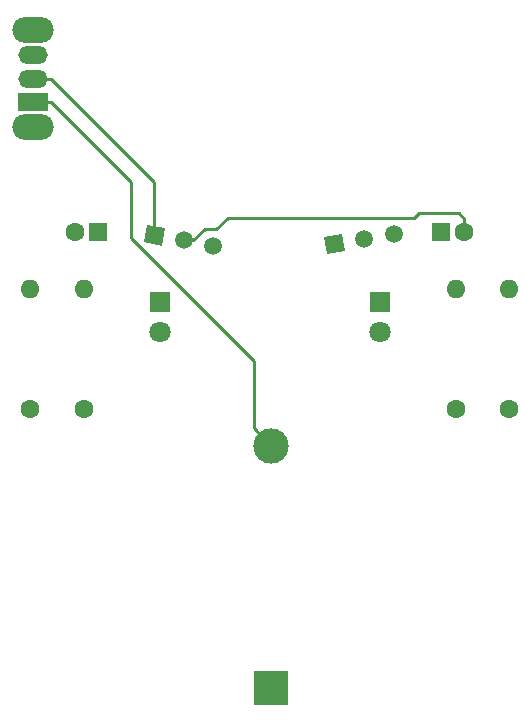
<source format=gbr>
G04 #@! TF.GenerationSoftware,KiCad,Pcbnew,(5.0.0)*
G04 #@! TF.CreationDate,2018-10-24T17:50:19-07:00*
G04 #@! TF.ProjectId,Cub_Wolf_Badge_Circuit,4375625F576F6C665F42616467655F43,rev?*
G04 #@! TF.SameCoordinates,Original*
G04 #@! TF.FileFunction,Copper,L1,Top,Signal*
G04 #@! TF.FilePolarity,Positive*
%FSLAX46Y46*%
G04 Gerber Fmt 4.6, Leading zero omitted, Abs format (unit mm)*
G04 Created by KiCad (PCBNEW (5.0.0)) date 10/24/18 17:50:19*
%MOMM*%
%LPD*%
G01*
G04 APERTURE LIST*
G04 #@! TA.AperFunction,ComponentPad*
%ADD10R,3.000000X3.000000*%
G04 #@! TD*
G04 #@! TA.AperFunction,ComponentPad*
%ADD11C,3.000000*%
G04 #@! TD*
G04 #@! TA.AperFunction,ComponentPad*
%ADD12C,1.800000*%
G04 #@! TD*
G04 #@! TA.AperFunction,ComponentPad*
%ADD13R,1.800000X1.800000*%
G04 #@! TD*
G04 #@! TA.AperFunction,ComponentPad*
%ADD14O,1.600000X1.600000*%
G04 #@! TD*
G04 #@! TA.AperFunction,ComponentPad*
%ADD15C,1.600000*%
G04 #@! TD*
G04 #@! TA.AperFunction,ComponentPad*
%ADD16C,1.520000*%
G04 #@! TD*
G04 #@! TA.AperFunction,Conductor*
%ADD17C,0.100000*%
G04 #@! TD*
G04 #@! TA.AperFunction,ComponentPad*
%ADD18R,1.600000X1.600000*%
G04 #@! TD*
G04 #@! TA.AperFunction,ComponentPad*
%ADD19O,3.500000X2.200000*%
G04 #@! TD*
G04 #@! TA.AperFunction,ComponentPad*
%ADD20O,2.500000X1.500000*%
G04 #@! TD*
G04 #@! TA.AperFunction,ComponentPad*
%ADD21R,2.500000X1.500000*%
G04 #@! TD*
G04 #@! TA.AperFunction,Conductor*
%ADD22C,0.250000*%
G04 #@! TD*
G04 APERTURE END LIST*
D10*
G04 #@! TO.P,BT1,1*
G04 #@! TO.N,Net-(BT1-Pad1)*
X126400000Y-88600000D03*
D11*
G04 #@! TO.P,BT1,2*
G04 #@! TO.N,Net-(BT1-Pad2)*
X126400000Y-68110000D03*
G04 #@! TD*
D12*
G04 #@! TO.P,D1,2*
G04 #@! TO.N,Net-(D1-Pad2)*
X135600000Y-58490000D03*
D13*
G04 #@! TO.P,D1,1*
G04 #@! TO.N,Net-(C1-Pad1)*
X135600000Y-55950000D03*
G04 #@! TD*
G04 #@! TO.P,D2,1*
G04 #@! TO.N,Net-(C2-Pad1)*
X116950000Y-55900000D03*
D12*
G04 #@! TO.P,D2,2*
G04 #@! TO.N,Net-(D2-Pad2)*
X116950000Y-58440000D03*
G04 #@! TD*
D14*
G04 #@! TO.P,R1,2*
G04 #@! TO.N,Net-(D1-Pad2)*
X146500000Y-54840000D03*
D15*
G04 #@! TO.P,R1,1*
G04 #@! TO.N,Net-(BT1-Pad1)*
X146500000Y-65000000D03*
G04 #@! TD*
D14*
G04 #@! TO.P,R2,2*
G04 #@! TO.N,Net-(C1-Pad2)*
X142000000Y-54840000D03*
D15*
G04 #@! TO.P,R2,1*
G04 #@! TO.N,Net-(BT1-Pad1)*
X142000000Y-65000000D03*
G04 #@! TD*
G04 #@! TO.P,R3,1*
G04 #@! TO.N,Net-(BT1-Pad1)*
X110500000Y-65000000D03*
D14*
G04 #@! TO.P,R3,2*
G04 #@! TO.N,Net-(C2-Pad2)*
X110500000Y-54840000D03*
G04 #@! TD*
D15*
G04 #@! TO.P,R4,1*
G04 #@! TO.N,Net-(BT1-Pad1)*
X106000000Y-65000000D03*
D14*
G04 #@! TO.P,R4,2*
G04 #@! TO.N,Net-(D2-Pad2)*
X106000000Y-54840000D03*
G04 #@! TD*
D16*
G04 #@! TO.P,Q1,1*
G04 #@! TO.N,Net-(Q1-Pad1)*
X131750000Y-51000000D03*
D17*
G04 #@! TD*
G04 #@! TO.N,Net-(Q1-Pad1)*
G04 #@! TO.C,Q1*
G36*
X132630427Y-51616481D02*
X131133519Y-51880427D01*
X130869573Y-50383519D01*
X132366481Y-50119573D01*
X132630427Y-51616481D01*
X132630427Y-51616481D01*
G37*
D16*
G04 #@! TO.P,Q1,3*
G04 #@! TO.N,Net-(C1-Pad1)*
X136752823Y-50117867D03*
G04 #@! TO.P,Q1,2*
G04 #@! TO.N,Net-(C2-Pad2)*
X134251412Y-50558934D03*
G04 #@! TD*
G04 #@! TO.P,Q2,2*
G04 #@! TO.N,Net-(C1-Pad2)*
X119001412Y-50691066D03*
G04 #@! TO.P,Q2,3*
G04 #@! TO.N,Net-(C2-Pad1)*
X121502823Y-51132133D03*
G04 #@! TO.P,Q2,1*
G04 #@! TO.N,Net-(Q1-Pad1)*
X116500000Y-50250000D03*
D17*
G04 #@! TD*
G04 #@! TO.N,Net-(Q1-Pad1)*
G04 #@! TO.C,Q2*
G36*
X117116481Y-51130427D02*
X115619573Y-50866481D01*
X115883519Y-49369573D01*
X117380427Y-49633519D01*
X117116481Y-51130427D01*
X117116481Y-51130427D01*
G37*
D15*
G04 #@! TO.P,C1,2*
G04 #@! TO.N,Net-(C1-Pad2)*
X142750000Y-50000000D03*
D18*
G04 #@! TO.P,C1,1*
G04 #@! TO.N,Net-(C1-Pad1)*
X140750000Y-50000000D03*
G04 #@! TD*
G04 #@! TO.P,C2,1*
G04 #@! TO.N,Net-(C2-Pad1)*
X111750000Y-50000000D03*
D15*
G04 #@! TO.P,C2,2*
G04 #@! TO.N,Net-(C2-Pad2)*
X109750000Y-50000000D03*
G04 #@! TD*
D19*
G04 #@! TO.P,SW1,*
G04 #@! TO.N,*
X106250000Y-32900000D03*
X106250000Y-41100000D03*
D20*
G04 #@! TO.P,SW1,3*
G04 #@! TO.N,N/C*
X106250000Y-35000000D03*
G04 #@! TO.P,SW1,2*
G04 #@! TO.N,Net-(Q1-Pad1)*
X106250000Y-37000000D03*
D21*
G04 #@! TO.P,SW1,1*
G04 #@! TO.N,Net-(BT1-Pad2)*
X106250000Y-39000000D03*
G04 #@! TD*
D22*
G04 #@! TO.N,Net-(BT1-Pad2)*
X107750000Y-39000000D02*
X106250000Y-39000000D01*
X114500000Y-45750000D02*
X107750000Y-39000000D01*
X114500000Y-50500000D02*
X114500000Y-45750000D01*
X124900001Y-60900001D02*
X114500000Y-50500000D01*
X126400000Y-68110000D02*
X124900001Y-66610001D01*
X124900001Y-66610001D02*
X124900001Y-60900001D01*
G04 #@! TO.N,Net-(C1-Pad2)*
X119808934Y-50691066D02*
X119001412Y-50691066D01*
X120750000Y-49750000D02*
X119808934Y-50691066D01*
X121750000Y-49750000D02*
X120750000Y-49750000D01*
X142750000Y-48868630D02*
X142281370Y-48400000D01*
X142281370Y-48400000D02*
X138900000Y-48400000D01*
X138900000Y-48400000D02*
X138500000Y-48800000D01*
X142750000Y-50000000D02*
X142750000Y-48868630D01*
X138500000Y-48800000D02*
X122700000Y-48800000D01*
X122700000Y-48800000D02*
X121750000Y-49750000D01*
G04 #@! TO.N,Net-(Q1-Pad1)*
X116500000Y-49378276D02*
X116500000Y-50250000D01*
X116500000Y-45750000D02*
X116500000Y-49378276D01*
X107750000Y-37000000D02*
X116500000Y-45750000D01*
X106250000Y-37000000D02*
X107750000Y-37000000D01*
G04 #@! TD*
M02*

</source>
